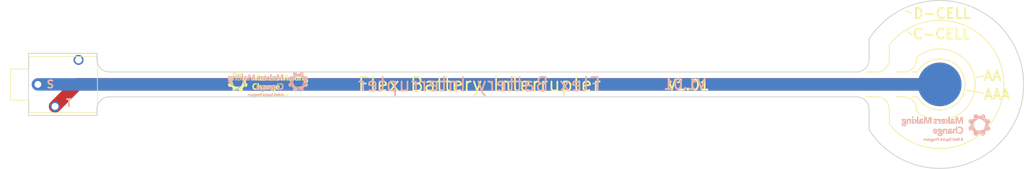
<source format=kicad_pcb>
(kicad_pcb (version 20171130) (host pcbnew "(5.1.9-0-10_14)")
  (title_block (title Flexarupter) (date 2020-11-01) (company "Makers Making Change"))
  (layers (0 F.Cu signal) (31 B.Cu signal) (34 B.Paste user) (35 F.Paste user) (36 B.SilkS user) (37 F.SilkS user) (38 B.Mask user) (39 F.Mask user) (44 Edge.Cuts user))
  (net 0 "")
  (net 1 "Net-(J1-PadS)")
  (net 2 "Net-(J1-PadT)")
  (module MW_conn:SJ1-3513_3_5mm_stereo_jack (layer F.Cu) (at 68.0466 81.9658 90)
    (fp_text reference J1 hide)
    (fp_text value JACK_STEREO)
    (pad S thru_hole circle (at 5.7658 1.8034 90) (size 2.032 2.032) (drill 1.397) (layers *.Cu *.Mask) (net 1 "Net-(J1-PadS)"))
    (pad T thru_hole circle (at 1.27 5.3086 90) (size 2.032 2.032) (drill 1.397) (layers *.Cu *.Mask) (net 2 "Net-(J1-PadT)"))
    (pad R thru_hole circle (at 10.7696 10.1092 90) (size 2.032 2.032) (drill 1.397) (layers *.Cu *.Mask))
  )
  (module MW_conn:BatteryInterrupter (layer F.Cu) (at 254 76.2)
    (fp_text reference J2 hide)
    (fp_text value batteryInterrupter)
    (pad 1 smd circle (at 0 0) (size 8.89 8.89) (layers F.Cu F.Paste F.Mask) (net 2 "Net-(J1-PadT)"))
    (pad 2 smd circle (at 0 0) (size 8.89 8.89) (layers B.Cu B.Paste B.Mask) (net 1 "Net-(J1-PadS)"))
  )
  (module flexarupter_1.01:MMC_Logo_KiCad (layer B.Cu) (at 255.27 85.09 180)
    (fp_text reference G*** hide)
    (fp_text value LOGO hide)
  )
  (module flexarupter_1.01:MMC_Logo_Smaller_KiCad (layer F.Cu) (at 116.84 76.2)
    (fp_text reference G*** hide)
    (fp_text value LOGO hide)
  )
  (module flexarupter_1.01:MMC_Logo_Smaller_KiCad (layer B.Cu) (at 116.84 76.2 180)
    (fp_text reference G*** hide)
    (fp_text value LOGO hide)
  )
  (gr_text V1.01 (at 201.93 76.2) (layer B.SilkS) (effects (font (size 2.032 2.032) (thickness 0.381)) (justify mirror)))
  (gr_text "Flex Battery Interrupter" (at 160.02 76.2) (layer B.SilkS) (effects (font (size 2.794 2.794) (thickness 0.3556)) (justify mirror)))
  (gr_text S (at 72.39 76.2) (layer B.SilkS) (effects (font (size 1.5 1.5) (thickness 0.3))))
  (gr_text T (at 76.2 80.01) (layer F.SilkS) (effects (font (size 1.5 1.5) (thickness 0.3))))
  (gr_text T (at 76.2 80.01) (layer B.SilkS) (effects (font (size 1.5 1.5) (thickness 0.3))))
  (gr_text S (at 72.39 76.2) (layer F.SilkS) (effects (font (size 1.5 1.5) (thickness 0.3))))
  (gr_line (start 67.945 69.85) (end 67.945 82.55) (layer Edge.Cuts) (width 0.15))
  (gr_text V1.01 (at 202.692 76.327) (layer F.SilkS) (effects (font (size 2.032 2.032) (thickness 0.381))))
  (gr_line (start 262.89 77.978) (end 259.461 77.343) (layer F.SilkS) (width 0.2))
  (gr_text AAA (at 265.684 78.232) (layer F.SilkS) (effects (font (size 2.032 2.032) (thickness 0.381))))
  (gr_line (start 263.017 74.422) (end 261.493 74.803) (layer F.SilkS) (width 0.2))
  (gr_text AA (at 264.795 74.422) (layer F.SilkS) (effects (font (size 2.032 2.032) (thickness 0.381))))
  (gr_line (start 248.285 66.04) (end 247.396 65.405) (layer F.SilkS) (width 0.2))
  (gr_line (start 248.285 61.722) (end 246.888 61.087) (layer F.SilkS) (width 0.2))
  (gr_text C-CELL (at 254.381 65.913) (layer F.SilkS) (effects (font (size 2.032 2.032) (thickness 0.381))))
  (gr_text D-CELL (at 254.508 61.722) (layer F.SilkS) (effects (font (size 2.032 2.032) (thickness 0.381))))
  (gr_text "Flex Battery Interrupter" (at 160.02 76.2) (layer F.SilkS) (effects (font (size 2.794 2.794) (thickness 0.3556))))
  (gr_line (start 243.713 68.126172) (end 243.713 71.12) (layer F.SilkS) (width 0.1778))
  (gr_line (start 249.258274 70.734523) (end 249.258274 71.12) (layer F.SilkS) (width 0.1778))
  (gr_arc (start 246.718274 71.12) (end 246.718274 73.66) (angle -89.99999963) (layer F.SilkS) (width 0.1778))
  (gr_line (start 245.115029 78.74) (end 246.718274 78.74) (layer F.SilkS) (width 0.1778))
  (gr_line (start 239.009835 78.74) (end 241.173 78.74) (layer F.SilkS) (width 0.1778))
  (gr_arc (start 241.173 71.12) (end 241.173 73.66) (angle -89.99999963) (layer F.SilkS) (width 0.1778))
  (gr_line (start 245.115029 73.66) (end 246.718274 73.66) (layer F.SilkS) (width 0.1778))
  (gr_line (start 239.009835 73.66) (end 241.173 73.66) (layer F.SilkS) (width 0.1778))
  (gr_line (start 249.459564 78.74) (end 248.417029 78.74) (layer F.SilkS) (width 0.1778))
  (gr_arc (start 254.005029 76.2) (end 249.258274 81.665477) (angle -261.9484918) (layer F.SilkS) (width 0.1778))
  (gr_line (start 249.459564 73.66) (end 248.417029 73.66) (layer F.SilkS) (width 0.1778))
  (gr_arc (start 254.005029 76.2) (end 249.459564 78.74) (angle -301.6071891) (layer F.SilkS) (width 0.1778))
  (gr_line (start 249.258274 81.28) (end 249.258274 81.665477) (layer F.SilkS) (width 0.1778))
  (gr_arc (start 246.718274 81.28) (end 249.258274 81.28) (angle -90) (layer F.SilkS) (width 0.1778))
  (gr_arc (start 254.005029 76.2) (end 243.713 84.273828) (angle -283.7734791) (layer F.SilkS) (width 0.1778))
  (gr_arc (start 241.173 81.28) (end 243.713 81.28) (angle -90) (layer F.SilkS) (width 0.1778))
  (gr_line (start 243.713 81.28) (end 243.713 84.273828) (layer F.SilkS) (width 0.1778))
  (gr_line (start 81.915 82.55) (end 67.945 82.55) (layer Edge.Cuts) (width 0.1778))
  (gr_arc (start 237.044192 81.28) (end 239.584192 81.28) (angle -90) (layer Edge.Cuts) (width 0.1778))
  (gr_line (start 239.584192 81.28) (end 239.584192 85.480922) (layer Edge.Cuts) (width 0.1778))
  (gr_arc (start 254 76.2) (end 239.584192 85.480922) (angle -294.4529937) (layer Edge.Cuts) (width 0.1778))
  (gr_line (start 239.584192 66.919078) (end 239.584192 71.12) (layer Edge.Cuts) (width 0.1778))
  (gr_arc (start 237.044192 71.12) (end 237.044192 73.66) (angle -90) (layer Edge.Cuts) (width 0.1778))
  (gr_line (start 84.455 78.74) (end 237.044192 78.74) (layer Edge.Cuts) (width 0.1778))
  (gr_line (start 81.915 81.28) (end 81.915 82.55) (layer Edge.Cuts) (width 0.1778))
  (gr_line (start 81.915 69.85) (end 81.915 71.12) (layer Edge.Cuts) (width 0.1778))
  (gr_line (start 67.945 69.85) (end 81.915 69.85) (layer Edge.Cuts) (width 0.1778))
  (gr_arc (start 84.455 81.28) (end 84.455 78.74) (angle -90) (layer Edge.Cuts) (width 0.1778))
  (gr_line (start 84.455 73.66) (end 237.044192 73.66) (layer Edge.Cuts) (width 0.1778))
  (gr_arc (start 84.455 71.12) (end 81.915 71.12) (angle -90) (layer Edge.Cuts) (width 0.1778))
  (segment (start 254 76.2) (end 69.85 76.2) (width 2.54) (layer B.Cu) (net 1))
  (segment (start 77.851 76.2) (end 73.3552 80.6958) (width 2.54) (layer F.Cu) (net 2))
  (segment (start 254 76.2) (end 77.851 76.2) (width 2.54) (layer F.Cu) (net 2))
)
</source>
